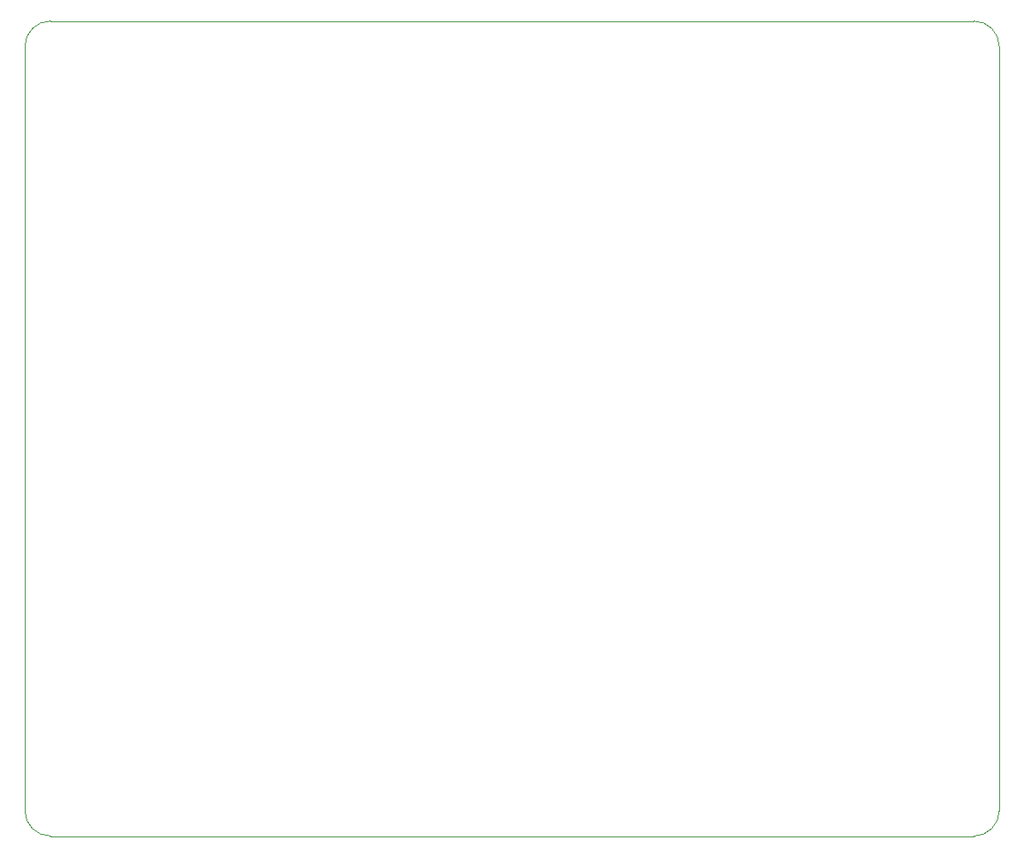
<source format=gm1>
G04 #@! TF.GenerationSoftware,KiCad,Pcbnew,8.0.3*
G04 #@! TF.CreationDate,2025-02-18T22:17:21+09:00*
G04 #@! TF.ProjectId,F767ZI_MB_V1.2,46373637-5a49-45f4-9d42-5f56312e322e,rev?*
G04 #@! TF.SameCoordinates,Original*
G04 #@! TF.FileFunction,Profile,NP*
%FSLAX46Y46*%
G04 Gerber Fmt 4.6, Leading zero omitted, Abs format (unit mm)*
G04 Created by KiCad (PCBNEW 8.0.3) date 2025-02-18 22:17:21*
%MOMM*%
%LPD*%
G01*
G04 APERTURE LIST*
G04 #@! TA.AperFunction,Profile*
%ADD10C,0.100000*%
G04 #@! TD*
G04 APERTURE END LIST*
D10*
X170180000Y-62494000D02*
X170180000Y-63500000D01*
X73660000Y-137160000D02*
X73660000Y-138186000D01*
X76200000Y-140726000D02*
G75*
G02*
X73660000Y-138186000I0J2540000D01*
G01*
X170180000Y-137160000D02*
X170180000Y-138186000D01*
X73660000Y-137160000D02*
X73660000Y-63500000D01*
X167640000Y-59954000D02*
X76200000Y-59954000D01*
X73660000Y-62494000D02*
X73660000Y-63500000D01*
X167640000Y-59954000D02*
G75*
G02*
X170180000Y-62494000I0J-2540000D01*
G01*
X73660000Y-62494000D02*
G75*
G02*
X76200000Y-59954000I2540000J0D01*
G01*
X170180000Y-63500000D02*
X170180000Y-137160000D01*
X170180000Y-138186000D02*
G75*
G02*
X167640000Y-140726000I-2540000J0D01*
G01*
X167640000Y-140726000D02*
X76200000Y-140726000D01*
M02*

</source>
